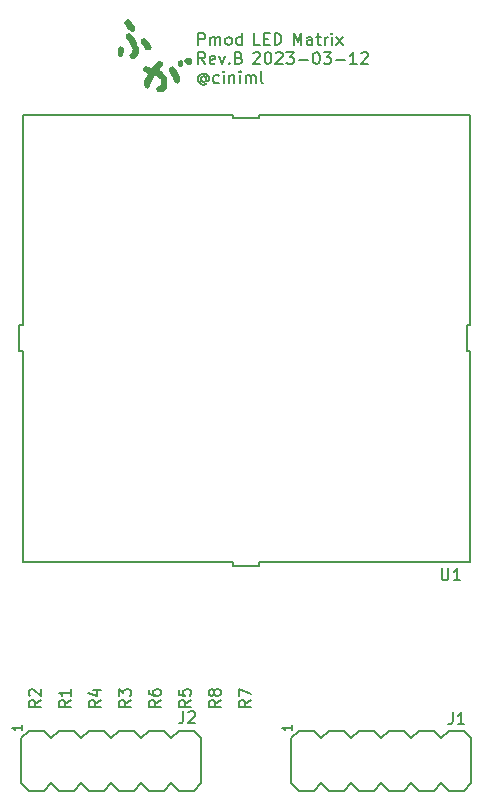
<source format=gto>
G04 #@! TF.GenerationSoftware,KiCad,Pcbnew,(7.0.0)*
G04 #@! TF.CreationDate,2023-03-12T18:52:53+09:00*
G04 #@! TF.ProjectId,Pmod_MatrixLED,506d6f64-5f4d-4617-9472-69784c45442e,rev?*
G04 #@! TF.SameCoordinates,Original*
G04 #@! TF.FileFunction,Legend,Top*
G04 #@! TF.FilePolarity,Positive*
%FSLAX46Y46*%
G04 Gerber Fmt 4.6, Leading zero omitted, Abs format (unit mm)*
G04 Created by KiCad (PCBNEW (7.0.0)) date 2023-03-12 18:52:53*
%MOMM*%
%LPD*%
G01*
G04 APERTURE LIST*
%ADD10C,0.150000*%
%ADD11C,0.010000*%
%ADD12C,0.200000*%
G04 APERTURE END LIST*
D10*
X-4061904Y24852619D02*
X-4061904Y25852619D01*
X-4061904Y25852619D02*
X-3680952Y25852619D01*
X-3680952Y25852619D02*
X-3585714Y25805000D01*
X-3585714Y25805000D02*
X-3538095Y25757380D01*
X-3538095Y25757380D02*
X-3490476Y25662142D01*
X-3490476Y25662142D02*
X-3490476Y25519285D01*
X-3490476Y25519285D02*
X-3538095Y25424047D01*
X-3538095Y25424047D02*
X-3585714Y25376428D01*
X-3585714Y25376428D02*
X-3680952Y25328809D01*
X-3680952Y25328809D02*
X-4061904Y25328809D01*
X-3061904Y24852619D02*
X-3061904Y25519285D01*
X-3061904Y25424047D02*
X-3014285Y25471666D01*
X-3014285Y25471666D02*
X-2919047Y25519285D01*
X-2919047Y25519285D02*
X-2776190Y25519285D01*
X-2776190Y25519285D02*
X-2680952Y25471666D01*
X-2680952Y25471666D02*
X-2633333Y25376428D01*
X-2633333Y25376428D02*
X-2633333Y24852619D01*
X-2633333Y25376428D02*
X-2585714Y25471666D01*
X-2585714Y25471666D02*
X-2490476Y25519285D01*
X-2490476Y25519285D02*
X-2347619Y25519285D01*
X-2347619Y25519285D02*
X-2252380Y25471666D01*
X-2252380Y25471666D02*
X-2204761Y25376428D01*
X-2204761Y25376428D02*
X-2204761Y24852619D01*
X-1585714Y24852619D02*
X-1680952Y24900238D01*
X-1680952Y24900238D02*
X-1728571Y24947857D01*
X-1728571Y24947857D02*
X-1776190Y25043095D01*
X-1776190Y25043095D02*
X-1776190Y25328809D01*
X-1776190Y25328809D02*
X-1728571Y25424047D01*
X-1728571Y25424047D02*
X-1680952Y25471666D01*
X-1680952Y25471666D02*
X-1585714Y25519285D01*
X-1585714Y25519285D02*
X-1442857Y25519285D01*
X-1442857Y25519285D02*
X-1347619Y25471666D01*
X-1347619Y25471666D02*
X-1300000Y25424047D01*
X-1300000Y25424047D02*
X-1252381Y25328809D01*
X-1252381Y25328809D02*
X-1252381Y25043095D01*
X-1252381Y25043095D02*
X-1300000Y24947857D01*
X-1300000Y24947857D02*
X-1347619Y24900238D01*
X-1347619Y24900238D02*
X-1442857Y24852619D01*
X-1442857Y24852619D02*
X-1585714Y24852619D01*
X-395238Y24852619D02*
X-395238Y25852619D01*
X-395238Y24900238D02*
X-490476Y24852619D01*
X-490476Y24852619D02*
X-680952Y24852619D01*
X-680952Y24852619D02*
X-776190Y24900238D01*
X-776190Y24900238D02*
X-823809Y24947857D01*
X-823809Y24947857D02*
X-871428Y25043095D01*
X-871428Y25043095D02*
X-871428Y25328809D01*
X-871428Y25328809D02*
X-823809Y25424047D01*
X-823809Y25424047D02*
X-776190Y25471666D01*
X-776190Y25471666D02*
X-680952Y25519285D01*
X-680952Y25519285D02*
X-490476Y25519285D01*
X-490476Y25519285D02*
X-395238Y25471666D01*
X1157142Y24852619D02*
X680952Y24852619D01*
X680952Y24852619D02*
X680952Y25852619D01*
X1490476Y25376428D02*
X1823809Y25376428D01*
X1966666Y24852619D02*
X1490476Y24852619D01*
X1490476Y24852619D02*
X1490476Y25852619D01*
X1490476Y25852619D02*
X1966666Y25852619D01*
X2395238Y24852619D02*
X2395238Y25852619D01*
X2395238Y25852619D02*
X2633333Y25852619D01*
X2633333Y25852619D02*
X2776190Y25805000D01*
X2776190Y25805000D02*
X2871428Y25709761D01*
X2871428Y25709761D02*
X2919047Y25614523D01*
X2919047Y25614523D02*
X2966666Y25424047D01*
X2966666Y25424047D02*
X2966666Y25281190D01*
X2966666Y25281190D02*
X2919047Y25090714D01*
X2919047Y25090714D02*
X2871428Y24995476D01*
X2871428Y24995476D02*
X2776190Y24900238D01*
X2776190Y24900238D02*
X2633333Y24852619D01*
X2633333Y24852619D02*
X2395238Y24852619D01*
X3995238Y24852619D02*
X3995238Y25852619D01*
X3995238Y25852619D02*
X4328571Y25138333D01*
X4328571Y25138333D02*
X4661904Y25852619D01*
X4661904Y25852619D02*
X4661904Y24852619D01*
X5566666Y24852619D02*
X5566666Y25376428D01*
X5566666Y25376428D02*
X5519047Y25471666D01*
X5519047Y25471666D02*
X5423809Y25519285D01*
X5423809Y25519285D02*
X5233333Y25519285D01*
X5233333Y25519285D02*
X5138095Y25471666D01*
X5566666Y24900238D02*
X5471428Y24852619D01*
X5471428Y24852619D02*
X5233333Y24852619D01*
X5233333Y24852619D02*
X5138095Y24900238D01*
X5138095Y24900238D02*
X5090476Y24995476D01*
X5090476Y24995476D02*
X5090476Y25090714D01*
X5090476Y25090714D02*
X5138095Y25185952D01*
X5138095Y25185952D02*
X5233333Y25233571D01*
X5233333Y25233571D02*
X5471428Y25233571D01*
X5471428Y25233571D02*
X5566666Y25281190D01*
X5900000Y25519285D02*
X6280952Y25519285D01*
X6042857Y25852619D02*
X6042857Y24995476D01*
X6042857Y24995476D02*
X6090476Y24900238D01*
X6090476Y24900238D02*
X6185714Y24852619D01*
X6185714Y24852619D02*
X6280952Y24852619D01*
X6614286Y24852619D02*
X6614286Y25519285D01*
X6614286Y25328809D02*
X6661905Y25424047D01*
X6661905Y25424047D02*
X6709524Y25471666D01*
X6709524Y25471666D02*
X6804762Y25519285D01*
X6804762Y25519285D02*
X6900000Y25519285D01*
X7233334Y24852619D02*
X7233334Y25519285D01*
X7233334Y25852619D02*
X7185715Y25805000D01*
X7185715Y25805000D02*
X7233334Y25757380D01*
X7233334Y25757380D02*
X7280953Y25805000D01*
X7280953Y25805000D02*
X7233334Y25852619D01*
X7233334Y25852619D02*
X7233334Y25757380D01*
X7614286Y24852619D02*
X8138095Y25519285D01*
X7614286Y25519285D02*
X8138095Y24852619D01*
X-3490476Y23232619D02*
X-3823809Y23708809D01*
X-4061904Y23232619D02*
X-4061904Y24232619D01*
X-4061904Y24232619D02*
X-3680952Y24232619D01*
X-3680952Y24232619D02*
X-3585714Y24185000D01*
X-3585714Y24185000D02*
X-3538095Y24137380D01*
X-3538095Y24137380D02*
X-3490476Y24042142D01*
X-3490476Y24042142D02*
X-3490476Y23899285D01*
X-3490476Y23899285D02*
X-3538095Y23804047D01*
X-3538095Y23804047D02*
X-3585714Y23756428D01*
X-3585714Y23756428D02*
X-3680952Y23708809D01*
X-3680952Y23708809D02*
X-4061904Y23708809D01*
X-2680952Y23280238D02*
X-2776190Y23232619D01*
X-2776190Y23232619D02*
X-2966666Y23232619D01*
X-2966666Y23232619D02*
X-3061904Y23280238D01*
X-3061904Y23280238D02*
X-3109523Y23375476D01*
X-3109523Y23375476D02*
X-3109523Y23756428D01*
X-3109523Y23756428D02*
X-3061904Y23851666D01*
X-3061904Y23851666D02*
X-2966666Y23899285D01*
X-2966666Y23899285D02*
X-2776190Y23899285D01*
X-2776190Y23899285D02*
X-2680952Y23851666D01*
X-2680952Y23851666D02*
X-2633333Y23756428D01*
X-2633333Y23756428D02*
X-2633333Y23661190D01*
X-2633333Y23661190D02*
X-3109523Y23565952D01*
X-2299999Y23899285D02*
X-2061904Y23232619D01*
X-2061904Y23232619D02*
X-1823809Y23899285D01*
X-1442856Y23327857D02*
X-1395237Y23280238D01*
X-1395237Y23280238D02*
X-1442856Y23232619D01*
X-1442856Y23232619D02*
X-1490475Y23280238D01*
X-1490475Y23280238D02*
X-1442856Y23327857D01*
X-1442856Y23327857D02*
X-1442856Y23232619D01*
X-633333Y23756428D02*
X-490476Y23708809D01*
X-490476Y23708809D02*
X-442857Y23661190D01*
X-442857Y23661190D02*
X-395238Y23565952D01*
X-395238Y23565952D02*
X-395238Y23423095D01*
X-395238Y23423095D02*
X-442857Y23327857D01*
X-442857Y23327857D02*
X-490476Y23280238D01*
X-490476Y23280238D02*
X-585714Y23232619D01*
X-585714Y23232619D02*
X-966666Y23232619D01*
X-966666Y23232619D02*
X-966666Y24232619D01*
X-966666Y24232619D02*
X-633333Y24232619D01*
X-633333Y24232619D02*
X-538095Y24185000D01*
X-538095Y24185000D02*
X-490476Y24137380D01*
X-490476Y24137380D02*
X-442857Y24042142D01*
X-442857Y24042142D02*
X-442857Y23946904D01*
X-442857Y23946904D02*
X-490476Y23851666D01*
X-490476Y23851666D02*
X-538095Y23804047D01*
X-538095Y23804047D02*
X-633333Y23756428D01*
X-633333Y23756428D02*
X-966666Y23756428D01*
X585714Y24137380D02*
X633333Y24185000D01*
X633333Y24185000D02*
X728571Y24232619D01*
X728571Y24232619D02*
X966666Y24232619D01*
X966666Y24232619D02*
X1061904Y24185000D01*
X1061904Y24185000D02*
X1109523Y24137380D01*
X1109523Y24137380D02*
X1157142Y24042142D01*
X1157142Y24042142D02*
X1157142Y23946904D01*
X1157142Y23946904D02*
X1109523Y23804047D01*
X1109523Y23804047D02*
X538095Y23232619D01*
X538095Y23232619D02*
X1157142Y23232619D01*
X1776190Y24232619D02*
X1871428Y24232619D01*
X1871428Y24232619D02*
X1966666Y24185000D01*
X1966666Y24185000D02*
X2014285Y24137380D01*
X2014285Y24137380D02*
X2061904Y24042142D01*
X2061904Y24042142D02*
X2109523Y23851666D01*
X2109523Y23851666D02*
X2109523Y23613571D01*
X2109523Y23613571D02*
X2061904Y23423095D01*
X2061904Y23423095D02*
X2014285Y23327857D01*
X2014285Y23327857D02*
X1966666Y23280238D01*
X1966666Y23280238D02*
X1871428Y23232619D01*
X1871428Y23232619D02*
X1776190Y23232619D01*
X1776190Y23232619D02*
X1680952Y23280238D01*
X1680952Y23280238D02*
X1633333Y23327857D01*
X1633333Y23327857D02*
X1585714Y23423095D01*
X1585714Y23423095D02*
X1538095Y23613571D01*
X1538095Y23613571D02*
X1538095Y23851666D01*
X1538095Y23851666D02*
X1585714Y24042142D01*
X1585714Y24042142D02*
X1633333Y24137380D01*
X1633333Y24137380D02*
X1680952Y24185000D01*
X1680952Y24185000D02*
X1776190Y24232619D01*
X2490476Y24137380D02*
X2538095Y24185000D01*
X2538095Y24185000D02*
X2633333Y24232619D01*
X2633333Y24232619D02*
X2871428Y24232619D01*
X2871428Y24232619D02*
X2966666Y24185000D01*
X2966666Y24185000D02*
X3014285Y24137380D01*
X3014285Y24137380D02*
X3061904Y24042142D01*
X3061904Y24042142D02*
X3061904Y23946904D01*
X3061904Y23946904D02*
X3014285Y23804047D01*
X3014285Y23804047D02*
X2442857Y23232619D01*
X2442857Y23232619D02*
X3061904Y23232619D01*
X3395238Y24232619D02*
X4014285Y24232619D01*
X4014285Y24232619D02*
X3680952Y23851666D01*
X3680952Y23851666D02*
X3823809Y23851666D01*
X3823809Y23851666D02*
X3919047Y23804047D01*
X3919047Y23804047D02*
X3966666Y23756428D01*
X3966666Y23756428D02*
X4014285Y23661190D01*
X4014285Y23661190D02*
X4014285Y23423095D01*
X4014285Y23423095D02*
X3966666Y23327857D01*
X3966666Y23327857D02*
X3919047Y23280238D01*
X3919047Y23280238D02*
X3823809Y23232619D01*
X3823809Y23232619D02*
X3538095Y23232619D01*
X3538095Y23232619D02*
X3442857Y23280238D01*
X3442857Y23280238D02*
X3395238Y23327857D01*
X4442857Y23613571D02*
X5204762Y23613571D01*
X5871428Y24232619D02*
X5966666Y24232619D01*
X5966666Y24232619D02*
X6061904Y24185000D01*
X6061904Y24185000D02*
X6109523Y24137380D01*
X6109523Y24137380D02*
X6157142Y24042142D01*
X6157142Y24042142D02*
X6204761Y23851666D01*
X6204761Y23851666D02*
X6204761Y23613571D01*
X6204761Y23613571D02*
X6157142Y23423095D01*
X6157142Y23423095D02*
X6109523Y23327857D01*
X6109523Y23327857D02*
X6061904Y23280238D01*
X6061904Y23280238D02*
X5966666Y23232619D01*
X5966666Y23232619D02*
X5871428Y23232619D01*
X5871428Y23232619D02*
X5776190Y23280238D01*
X5776190Y23280238D02*
X5728571Y23327857D01*
X5728571Y23327857D02*
X5680952Y23423095D01*
X5680952Y23423095D02*
X5633333Y23613571D01*
X5633333Y23613571D02*
X5633333Y23851666D01*
X5633333Y23851666D02*
X5680952Y24042142D01*
X5680952Y24042142D02*
X5728571Y24137380D01*
X5728571Y24137380D02*
X5776190Y24185000D01*
X5776190Y24185000D02*
X5871428Y24232619D01*
X6538095Y24232619D02*
X7157142Y24232619D01*
X7157142Y24232619D02*
X6823809Y23851666D01*
X6823809Y23851666D02*
X6966666Y23851666D01*
X6966666Y23851666D02*
X7061904Y23804047D01*
X7061904Y23804047D02*
X7109523Y23756428D01*
X7109523Y23756428D02*
X7157142Y23661190D01*
X7157142Y23661190D02*
X7157142Y23423095D01*
X7157142Y23423095D02*
X7109523Y23327857D01*
X7109523Y23327857D02*
X7061904Y23280238D01*
X7061904Y23280238D02*
X6966666Y23232619D01*
X6966666Y23232619D02*
X6680952Y23232619D01*
X6680952Y23232619D02*
X6585714Y23280238D01*
X6585714Y23280238D02*
X6538095Y23327857D01*
X7585714Y23613571D02*
X8347619Y23613571D01*
X9347618Y23232619D02*
X8776190Y23232619D01*
X9061904Y23232619D02*
X9061904Y24232619D01*
X9061904Y24232619D02*
X8966666Y24089761D01*
X8966666Y24089761D02*
X8871428Y23994523D01*
X8871428Y23994523D02*
X8776190Y23946904D01*
X9728571Y24137380D02*
X9776190Y24185000D01*
X9776190Y24185000D02*
X9871428Y24232619D01*
X9871428Y24232619D02*
X10109523Y24232619D01*
X10109523Y24232619D02*
X10204761Y24185000D01*
X10204761Y24185000D02*
X10252380Y24137380D01*
X10252380Y24137380D02*
X10299999Y24042142D01*
X10299999Y24042142D02*
X10299999Y23946904D01*
X10299999Y23946904D02*
X10252380Y23804047D01*
X10252380Y23804047D02*
X9680952Y23232619D01*
X9680952Y23232619D02*
X10299999Y23232619D01*
X-3442857Y22088809D02*
X-3490476Y22136428D01*
X-3490476Y22136428D02*
X-3585714Y22184047D01*
X-3585714Y22184047D02*
X-3680952Y22184047D01*
X-3680952Y22184047D02*
X-3776190Y22136428D01*
X-3776190Y22136428D02*
X-3823809Y22088809D01*
X-3823809Y22088809D02*
X-3871428Y21993571D01*
X-3871428Y21993571D02*
X-3871428Y21898333D01*
X-3871428Y21898333D02*
X-3823809Y21803095D01*
X-3823809Y21803095D02*
X-3776190Y21755476D01*
X-3776190Y21755476D02*
X-3680952Y21707857D01*
X-3680952Y21707857D02*
X-3585714Y21707857D01*
X-3585714Y21707857D02*
X-3490476Y21755476D01*
X-3490476Y21755476D02*
X-3442857Y21803095D01*
X-3442857Y22184047D02*
X-3442857Y21803095D01*
X-3442857Y21803095D02*
X-3395238Y21755476D01*
X-3395238Y21755476D02*
X-3347619Y21755476D01*
X-3347619Y21755476D02*
X-3252380Y21803095D01*
X-3252380Y21803095D02*
X-3204761Y21898333D01*
X-3204761Y21898333D02*
X-3204761Y22136428D01*
X-3204761Y22136428D02*
X-3300000Y22279285D01*
X-3300000Y22279285D02*
X-3442857Y22374523D01*
X-3442857Y22374523D02*
X-3633333Y22422142D01*
X-3633333Y22422142D02*
X-3823809Y22374523D01*
X-3823809Y22374523D02*
X-3966666Y22279285D01*
X-3966666Y22279285D02*
X-4061904Y22136428D01*
X-4061904Y22136428D02*
X-4109523Y21945952D01*
X-4109523Y21945952D02*
X-4061904Y21755476D01*
X-4061904Y21755476D02*
X-3966666Y21612619D01*
X-3966666Y21612619D02*
X-3823809Y21517380D01*
X-3823809Y21517380D02*
X-3633333Y21469761D01*
X-3633333Y21469761D02*
X-3442857Y21517380D01*
X-3442857Y21517380D02*
X-3300000Y21612619D01*
X-2347619Y21660238D02*
X-2442857Y21612619D01*
X-2442857Y21612619D02*
X-2633333Y21612619D01*
X-2633333Y21612619D02*
X-2728571Y21660238D01*
X-2728571Y21660238D02*
X-2776190Y21707857D01*
X-2776190Y21707857D02*
X-2823809Y21803095D01*
X-2823809Y21803095D02*
X-2823809Y22088809D01*
X-2823809Y22088809D02*
X-2776190Y22184047D01*
X-2776190Y22184047D02*
X-2728571Y22231666D01*
X-2728571Y22231666D02*
X-2633333Y22279285D01*
X-2633333Y22279285D02*
X-2442857Y22279285D01*
X-2442857Y22279285D02*
X-2347619Y22231666D01*
X-1919047Y21612619D02*
X-1919047Y22279285D01*
X-1919047Y22612619D02*
X-1966666Y22565000D01*
X-1966666Y22565000D02*
X-1919047Y22517380D01*
X-1919047Y22517380D02*
X-1871428Y22565000D01*
X-1871428Y22565000D02*
X-1919047Y22612619D01*
X-1919047Y22612619D02*
X-1919047Y22517380D01*
X-1442857Y22279285D02*
X-1442857Y21612619D01*
X-1442857Y22184047D02*
X-1395238Y22231666D01*
X-1395238Y22231666D02*
X-1300000Y22279285D01*
X-1300000Y22279285D02*
X-1157143Y22279285D01*
X-1157143Y22279285D02*
X-1061905Y22231666D01*
X-1061905Y22231666D02*
X-1014286Y22136428D01*
X-1014286Y22136428D02*
X-1014286Y21612619D01*
X-538095Y21612619D02*
X-538095Y22279285D01*
X-538095Y22612619D02*
X-585714Y22565000D01*
X-585714Y22565000D02*
X-538095Y22517380D01*
X-538095Y22517380D02*
X-490476Y22565000D01*
X-490476Y22565000D02*
X-538095Y22612619D01*
X-538095Y22612619D02*
X-538095Y22517380D01*
X-61905Y21612619D02*
X-61905Y22279285D01*
X-61905Y22184047D02*
X-14286Y22231666D01*
X-14286Y22231666D02*
X80951Y22279285D01*
X80951Y22279285D02*
X223808Y22279285D01*
X223808Y22279285D02*
X319046Y22231666D01*
X319046Y22231666D02*
X366665Y22136428D01*
X366665Y22136428D02*
X366665Y21612619D01*
X366665Y22136428D02*
X414284Y22231666D01*
X414284Y22231666D02*
X509522Y22279285D01*
X509522Y22279285D02*
X652379Y22279285D01*
X652379Y22279285D02*
X747618Y22231666D01*
X747618Y22231666D02*
X795237Y22136428D01*
X795237Y22136428D02*
X795237Y21612619D01*
X1414284Y21612619D02*
X1319046Y21660238D01*
X1319046Y21660238D02*
X1271427Y21755476D01*
X1271427Y21755476D02*
X1271427Y22612619D01*
G04 #@! TO.C,J1*
X17466666Y-31667380D02*
X17466666Y-32381666D01*
X17466666Y-32381666D02*
X17419047Y-32524523D01*
X17419047Y-32524523D02*
X17323809Y-32619761D01*
X17323809Y-32619761D02*
X17180952Y-32667380D01*
X17180952Y-32667380D02*
X17085714Y-32667380D01*
X18466666Y-32667380D02*
X17895238Y-32667380D01*
X18180952Y-32667380D02*
X18180952Y-31667380D01*
X18180952Y-31667380D02*
X18085714Y-31810238D01*
X18085714Y-31810238D02*
X17990476Y-31905476D01*
X17990476Y-31905476D02*
X17895238Y-31953095D01*
X3849904Y-32737428D02*
X3849904Y-33194571D01*
X3849904Y-32965999D02*
X3049904Y-32965999D01*
X3049904Y-32965999D02*
X3164190Y-33042190D01*
X3164190Y-33042190D02*
X3240380Y-33118380D01*
X3240380Y-33118380D02*
X3278476Y-33194571D01*
G04 #@! TO.C,R8*
X-2172619Y-30646666D02*
X-2648809Y-30979999D01*
X-2172619Y-31218094D02*
X-3172619Y-31218094D01*
X-3172619Y-31218094D02*
X-3172619Y-30837142D01*
X-3172619Y-30837142D02*
X-3125000Y-30741904D01*
X-3125000Y-30741904D02*
X-3077380Y-30694285D01*
X-3077380Y-30694285D02*
X-2982142Y-30646666D01*
X-2982142Y-30646666D02*
X-2839285Y-30646666D01*
X-2839285Y-30646666D02*
X-2744047Y-30694285D01*
X-2744047Y-30694285D02*
X-2696428Y-30741904D01*
X-2696428Y-30741904D02*
X-2648809Y-30837142D01*
X-2648809Y-30837142D02*
X-2648809Y-31218094D01*
X-2744047Y-30075237D02*
X-2791666Y-30170475D01*
X-2791666Y-30170475D02*
X-2839285Y-30218094D01*
X-2839285Y-30218094D02*
X-2934523Y-30265713D01*
X-2934523Y-30265713D02*
X-2982142Y-30265713D01*
X-2982142Y-30265713D02*
X-3077380Y-30218094D01*
X-3077380Y-30218094D02*
X-3125000Y-30170475D01*
X-3125000Y-30170475D02*
X-3172619Y-30075237D01*
X-3172619Y-30075237D02*
X-3172619Y-29884761D01*
X-3172619Y-29884761D02*
X-3125000Y-29789523D01*
X-3125000Y-29789523D02*
X-3077380Y-29741904D01*
X-3077380Y-29741904D02*
X-2982142Y-29694285D01*
X-2982142Y-29694285D02*
X-2934523Y-29694285D01*
X-2934523Y-29694285D02*
X-2839285Y-29741904D01*
X-2839285Y-29741904D02*
X-2791666Y-29789523D01*
X-2791666Y-29789523D02*
X-2744047Y-29884761D01*
X-2744047Y-29884761D02*
X-2744047Y-30075237D01*
X-2744047Y-30075237D02*
X-2696428Y-30170475D01*
X-2696428Y-30170475D02*
X-2648809Y-30218094D01*
X-2648809Y-30218094D02*
X-2553571Y-30265713D01*
X-2553571Y-30265713D02*
X-2363095Y-30265713D01*
X-2363095Y-30265713D02*
X-2267857Y-30218094D01*
X-2267857Y-30218094D02*
X-2220238Y-30170475D01*
X-2220238Y-30170475D02*
X-2172619Y-30075237D01*
X-2172619Y-30075237D02*
X-2172619Y-29884761D01*
X-2172619Y-29884761D02*
X-2220238Y-29789523D01*
X-2220238Y-29789523D02*
X-2267857Y-29741904D01*
X-2267857Y-29741904D02*
X-2363095Y-29694285D01*
X-2363095Y-29694285D02*
X-2553571Y-29694285D01*
X-2553571Y-29694285D02*
X-2648809Y-29741904D01*
X-2648809Y-29741904D02*
X-2696428Y-29789523D01*
X-2696428Y-29789523D02*
X-2744047Y-29884761D01*
G04 #@! TO.C,R4*
X-12332619Y-30646666D02*
X-12808809Y-30979999D01*
X-12332619Y-31218094D02*
X-13332619Y-31218094D01*
X-13332619Y-31218094D02*
X-13332619Y-30837142D01*
X-13332619Y-30837142D02*
X-13285000Y-30741904D01*
X-13285000Y-30741904D02*
X-13237380Y-30694285D01*
X-13237380Y-30694285D02*
X-13142142Y-30646666D01*
X-13142142Y-30646666D02*
X-12999285Y-30646666D01*
X-12999285Y-30646666D02*
X-12904047Y-30694285D01*
X-12904047Y-30694285D02*
X-12856428Y-30741904D01*
X-12856428Y-30741904D02*
X-12808809Y-30837142D01*
X-12808809Y-30837142D02*
X-12808809Y-31218094D01*
X-12999285Y-29789523D02*
X-12332619Y-29789523D01*
X-13380238Y-30027618D02*
X-12665952Y-30265713D01*
X-12665952Y-30265713D02*
X-12665952Y-29646666D01*
G04 #@! TO.C,R2*
X-17412619Y-30646666D02*
X-17888809Y-30979999D01*
X-17412619Y-31218094D02*
X-18412619Y-31218094D01*
X-18412619Y-31218094D02*
X-18412619Y-30837142D01*
X-18412619Y-30837142D02*
X-18365000Y-30741904D01*
X-18365000Y-30741904D02*
X-18317380Y-30694285D01*
X-18317380Y-30694285D02*
X-18222142Y-30646666D01*
X-18222142Y-30646666D02*
X-18079285Y-30646666D01*
X-18079285Y-30646666D02*
X-17984047Y-30694285D01*
X-17984047Y-30694285D02*
X-17936428Y-30741904D01*
X-17936428Y-30741904D02*
X-17888809Y-30837142D01*
X-17888809Y-30837142D02*
X-17888809Y-31218094D01*
X-18317380Y-30265713D02*
X-18365000Y-30218094D01*
X-18365000Y-30218094D02*
X-18412619Y-30122856D01*
X-18412619Y-30122856D02*
X-18412619Y-29884761D01*
X-18412619Y-29884761D02*
X-18365000Y-29789523D01*
X-18365000Y-29789523D02*
X-18317380Y-29741904D01*
X-18317380Y-29741904D02*
X-18222142Y-29694285D01*
X-18222142Y-29694285D02*
X-18126904Y-29694285D01*
X-18126904Y-29694285D02*
X-17984047Y-29741904D01*
X-17984047Y-29741904D02*
X-17412619Y-30313332D01*
X-17412619Y-30313332D02*
X-17412619Y-29694285D01*
G04 #@! TO.C,R3*
X-9792619Y-30646666D02*
X-10268809Y-30979999D01*
X-9792619Y-31218094D02*
X-10792619Y-31218094D01*
X-10792619Y-31218094D02*
X-10792619Y-30837142D01*
X-10792619Y-30837142D02*
X-10745000Y-30741904D01*
X-10745000Y-30741904D02*
X-10697380Y-30694285D01*
X-10697380Y-30694285D02*
X-10602142Y-30646666D01*
X-10602142Y-30646666D02*
X-10459285Y-30646666D01*
X-10459285Y-30646666D02*
X-10364047Y-30694285D01*
X-10364047Y-30694285D02*
X-10316428Y-30741904D01*
X-10316428Y-30741904D02*
X-10268809Y-30837142D01*
X-10268809Y-30837142D02*
X-10268809Y-31218094D01*
X-10792619Y-30313332D02*
X-10792619Y-29694285D01*
X-10792619Y-29694285D02*
X-10411666Y-30027618D01*
X-10411666Y-30027618D02*
X-10411666Y-29884761D01*
X-10411666Y-29884761D02*
X-10364047Y-29789523D01*
X-10364047Y-29789523D02*
X-10316428Y-29741904D01*
X-10316428Y-29741904D02*
X-10221190Y-29694285D01*
X-10221190Y-29694285D02*
X-9983095Y-29694285D01*
X-9983095Y-29694285D02*
X-9887857Y-29741904D01*
X-9887857Y-29741904D02*
X-9840238Y-29789523D01*
X-9840238Y-29789523D02*
X-9792619Y-29884761D01*
X-9792619Y-29884761D02*
X-9792619Y-30170475D01*
X-9792619Y-30170475D02*
X-9840238Y-30265713D01*
X-9840238Y-30265713D02*
X-9887857Y-30313332D01*
G04 #@! TO.C,R1*
X-14872619Y-30646666D02*
X-15348809Y-30979999D01*
X-14872619Y-31218094D02*
X-15872619Y-31218094D01*
X-15872619Y-31218094D02*
X-15872619Y-30837142D01*
X-15872619Y-30837142D02*
X-15825000Y-30741904D01*
X-15825000Y-30741904D02*
X-15777380Y-30694285D01*
X-15777380Y-30694285D02*
X-15682142Y-30646666D01*
X-15682142Y-30646666D02*
X-15539285Y-30646666D01*
X-15539285Y-30646666D02*
X-15444047Y-30694285D01*
X-15444047Y-30694285D02*
X-15396428Y-30741904D01*
X-15396428Y-30741904D02*
X-15348809Y-30837142D01*
X-15348809Y-30837142D02*
X-15348809Y-31218094D01*
X-14872619Y-29694285D02*
X-14872619Y-30265713D01*
X-14872619Y-29979999D02*
X-15872619Y-29979999D01*
X-15872619Y-29979999D02*
X-15729761Y-30075237D01*
X-15729761Y-30075237D02*
X-15634523Y-30170475D01*
X-15634523Y-30170475D02*
X-15586904Y-30265713D01*
G04 #@! TO.C,R6*
X-7252619Y-30646666D02*
X-7728809Y-30979999D01*
X-7252619Y-31218094D02*
X-8252619Y-31218094D01*
X-8252619Y-31218094D02*
X-8252619Y-30837142D01*
X-8252619Y-30837142D02*
X-8205000Y-30741904D01*
X-8205000Y-30741904D02*
X-8157380Y-30694285D01*
X-8157380Y-30694285D02*
X-8062142Y-30646666D01*
X-8062142Y-30646666D02*
X-7919285Y-30646666D01*
X-7919285Y-30646666D02*
X-7824047Y-30694285D01*
X-7824047Y-30694285D02*
X-7776428Y-30741904D01*
X-7776428Y-30741904D02*
X-7728809Y-30837142D01*
X-7728809Y-30837142D02*
X-7728809Y-31218094D01*
X-8252619Y-29789523D02*
X-8252619Y-29979999D01*
X-8252619Y-29979999D02*
X-8205000Y-30075237D01*
X-8205000Y-30075237D02*
X-8157380Y-30122856D01*
X-8157380Y-30122856D02*
X-8014523Y-30218094D01*
X-8014523Y-30218094D02*
X-7824047Y-30265713D01*
X-7824047Y-30265713D02*
X-7443095Y-30265713D01*
X-7443095Y-30265713D02*
X-7347857Y-30218094D01*
X-7347857Y-30218094D02*
X-7300238Y-30170475D01*
X-7300238Y-30170475D02*
X-7252619Y-30075237D01*
X-7252619Y-30075237D02*
X-7252619Y-29884761D01*
X-7252619Y-29884761D02*
X-7300238Y-29789523D01*
X-7300238Y-29789523D02*
X-7347857Y-29741904D01*
X-7347857Y-29741904D02*
X-7443095Y-29694285D01*
X-7443095Y-29694285D02*
X-7681190Y-29694285D01*
X-7681190Y-29694285D02*
X-7776428Y-29741904D01*
X-7776428Y-29741904D02*
X-7824047Y-29789523D01*
X-7824047Y-29789523D02*
X-7871666Y-29884761D01*
X-7871666Y-29884761D02*
X-7871666Y-30075237D01*
X-7871666Y-30075237D02*
X-7824047Y-30170475D01*
X-7824047Y-30170475D02*
X-7776428Y-30218094D01*
X-7776428Y-30218094D02*
X-7681190Y-30265713D01*
G04 #@! TO.C,J2*
X-5333333Y-31567380D02*
X-5333333Y-32281666D01*
X-5333333Y-32281666D02*
X-5380952Y-32424523D01*
X-5380952Y-32424523D02*
X-5476190Y-32519761D01*
X-5476190Y-32519761D02*
X-5619047Y-32567380D01*
X-5619047Y-32567380D02*
X-5714285Y-32567380D01*
X-4904761Y-31662619D02*
X-4857142Y-31615000D01*
X-4857142Y-31615000D02*
X-4761904Y-31567380D01*
X-4761904Y-31567380D02*
X-4523809Y-31567380D01*
X-4523809Y-31567380D02*
X-4428571Y-31615000D01*
X-4428571Y-31615000D02*
X-4380952Y-31662619D01*
X-4380952Y-31662619D02*
X-4333333Y-31757857D01*
X-4333333Y-31757857D02*
X-4333333Y-31853095D01*
X-4333333Y-31853095D02*
X-4380952Y-31995952D01*
X-4380952Y-31995952D02*
X-4952380Y-32567380D01*
X-4952380Y-32567380D02*
X-4333333Y-32567380D01*
X-19010095Y-32737428D02*
X-19010095Y-33194571D01*
X-19010095Y-32965999D02*
X-19810095Y-32965999D01*
X-19810095Y-32965999D02*
X-19695809Y-33042190D01*
X-19695809Y-33042190D02*
X-19619619Y-33118380D01*
X-19619619Y-33118380D02*
X-19581523Y-33194571D01*
G04 #@! TO.C,R5*
X-4712619Y-30646666D02*
X-5188809Y-30979999D01*
X-4712619Y-31218094D02*
X-5712619Y-31218094D01*
X-5712619Y-31218094D02*
X-5712619Y-30837142D01*
X-5712619Y-30837142D02*
X-5665000Y-30741904D01*
X-5665000Y-30741904D02*
X-5617380Y-30694285D01*
X-5617380Y-30694285D02*
X-5522142Y-30646666D01*
X-5522142Y-30646666D02*
X-5379285Y-30646666D01*
X-5379285Y-30646666D02*
X-5284047Y-30694285D01*
X-5284047Y-30694285D02*
X-5236428Y-30741904D01*
X-5236428Y-30741904D02*
X-5188809Y-30837142D01*
X-5188809Y-30837142D02*
X-5188809Y-31218094D01*
X-5712619Y-29741904D02*
X-5712619Y-30218094D01*
X-5712619Y-30218094D02*
X-5236428Y-30265713D01*
X-5236428Y-30265713D02*
X-5284047Y-30218094D01*
X-5284047Y-30218094D02*
X-5331666Y-30122856D01*
X-5331666Y-30122856D02*
X-5331666Y-29884761D01*
X-5331666Y-29884761D02*
X-5284047Y-29789523D01*
X-5284047Y-29789523D02*
X-5236428Y-29741904D01*
X-5236428Y-29741904D02*
X-5141190Y-29694285D01*
X-5141190Y-29694285D02*
X-4903095Y-29694285D01*
X-4903095Y-29694285D02*
X-4807857Y-29741904D01*
X-4807857Y-29741904D02*
X-4760238Y-29789523D01*
X-4760238Y-29789523D02*
X-4712619Y-29884761D01*
X-4712619Y-29884761D02*
X-4712619Y-30122856D01*
X-4712619Y-30122856D02*
X-4760238Y-30218094D01*
X-4760238Y-30218094D02*
X-4807857Y-30265713D01*
G04 #@! TO.C,U1*
X16538095Y-19467380D02*
X16538095Y-20276904D01*
X16538095Y-20276904D02*
X16585714Y-20372142D01*
X16585714Y-20372142D02*
X16633333Y-20419761D01*
X16633333Y-20419761D02*
X16728571Y-20467380D01*
X16728571Y-20467380D02*
X16919047Y-20467380D01*
X16919047Y-20467380D02*
X17014285Y-20419761D01*
X17014285Y-20419761D02*
X17061904Y-20372142D01*
X17061904Y-20372142D02*
X17109523Y-20276904D01*
X17109523Y-20276904D02*
X17109523Y-19467380D01*
X18109523Y-20467380D02*
X17538095Y-20467380D01*
X17823809Y-20467380D02*
X17823809Y-19467380D01*
X17823809Y-19467380D02*
X17728571Y-19610238D01*
X17728571Y-19610238D02*
X17633333Y-19705476D01*
X17633333Y-19705476D02*
X17538095Y-19753095D01*
G04 #@! TO.C,R7*
X367380Y-30646666D02*
X-108809Y-30979999D01*
X367380Y-31218094D02*
X-632619Y-31218094D01*
X-632619Y-31218094D02*
X-632619Y-30837142D01*
X-632619Y-30837142D02*
X-585000Y-30741904D01*
X-585000Y-30741904D02*
X-537380Y-30694285D01*
X-537380Y-30694285D02*
X-442142Y-30646666D01*
X-442142Y-30646666D02*
X-299285Y-30646666D01*
X-299285Y-30646666D02*
X-204047Y-30694285D01*
X-204047Y-30694285D02*
X-156428Y-30741904D01*
X-156428Y-30741904D02*
X-108809Y-30837142D01*
X-108809Y-30837142D02*
X-108809Y-31218094D01*
X-632619Y-30313332D02*
X-632619Y-29646666D01*
X-632619Y-29646666D02*
X367380Y-30075237D01*
G04 #@! TO.C,LOGO1*
G36*
X-5533466Y23568148D02*
G01*
X-5494407Y23536777D01*
X-5444738Y23484479D01*
X-5421342Y23424998D01*
X-5415235Y23334647D01*
X-5415222Y23328073D01*
X-5432055Y23198267D01*
X-5482839Y23113316D01*
X-5568002Y23072665D01*
X-5615103Y23068666D01*
X-5705464Y23088912D01*
X-5765951Y23143028D01*
X-5815175Y23250279D01*
X-5824444Y23338075D01*
X-5816216Y23426449D01*
X-5782931Y23488485D01*
X-5737612Y23531824D01*
X-5659841Y23587463D01*
X-5598185Y23599440D01*
X-5533466Y23568148D01*
G37*
D11*
X-5533466Y23568148D02*
X-5494407Y23536777D01*
X-5444738Y23484479D01*
X-5421342Y23424998D01*
X-5415235Y23334647D01*
X-5415222Y23328073D01*
X-5432055Y23198267D01*
X-5482839Y23113316D01*
X-5568002Y23072665D01*
X-5615103Y23068666D01*
X-5705464Y23088912D01*
X-5765951Y23143028D01*
X-5815175Y23250279D01*
X-5824444Y23338075D01*
X-5816216Y23426449D01*
X-5782931Y23488485D01*
X-5737612Y23531824D01*
X-5659841Y23587463D01*
X-5598185Y23599440D01*
X-5533466Y23568148D01*
G36*
X-4899286Y23736572D02*
G01*
X-4848856Y23713795D01*
X-4723778Y23651328D01*
X-4723778Y23449368D01*
X-4727766Y23330653D01*
X-4740240Y23263386D01*
X-4759055Y23243175D01*
X-4810413Y23235029D01*
X-4883602Y23221517D01*
X-4939587Y23216896D01*
X-4990198Y23233326D01*
X-5052165Y23278618D01*
X-5102798Y23323855D01*
X-5197671Y23422051D01*
X-5244982Y23502276D01*
X-5246958Y23573150D01*
X-5205827Y23643291D01*
X-5189872Y23660887D01*
X-5097960Y23735682D01*
X-5005770Y23760186D01*
X-4899286Y23736572D01*
G37*
X-4899286Y23736572D02*
X-4848856Y23713795D01*
X-4723778Y23651328D01*
X-4723778Y23449368D01*
X-4727766Y23330653D01*
X-4740240Y23263386D01*
X-4759055Y23243175D01*
X-4810413Y23235029D01*
X-4883602Y23221517D01*
X-4939587Y23216896D01*
X-4990198Y23233326D01*
X-5052165Y23278618D01*
X-5102798Y23323855D01*
X-5197671Y23422051D01*
X-5244982Y23502276D01*
X-5246958Y23573150D01*
X-5205827Y23643291D01*
X-5189872Y23660887D01*
X-5097960Y23735682D01*
X-5005770Y23760186D01*
X-4899286Y23736572D01*
G36*
X-10621762Y24697439D02*
G01*
X-10566030Y24649347D01*
X-10475646Y24564916D01*
X-10485434Y24299476D01*
X-10492719Y24164645D01*
X-10504341Y24073676D01*
X-10522756Y24014017D01*
X-10548985Y23974684D01*
X-10629438Y23923169D01*
X-10723103Y23916948D01*
X-10810850Y23955055D01*
X-10845951Y23989695D01*
X-10874530Y24034395D01*
X-10892145Y24089239D01*
X-10901259Y24168370D01*
X-10904331Y24285931D01*
X-10904444Y24325853D01*
X-10903697Y24449162D01*
X-10899073Y24529802D01*
X-10887001Y24581546D01*
X-10863910Y24618166D01*
X-10826228Y24653438D01*
X-10817612Y24660713D01*
X-10742438Y24715306D01*
X-10683435Y24727832D01*
X-10621762Y24697439D01*
G37*
X-10621762Y24697439D02*
X-10566030Y24649347D01*
X-10475646Y24564916D01*
X-10485434Y24299476D01*
X-10492719Y24164645D01*
X-10504341Y24073676D01*
X-10522756Y24014017D01*
X-10548985Y23974684D01*
X-10629438Y23923169D01*
X-10723103Y23916948D01*
X-10810850Y23955055D01*
X-10845951Y23989695D01*
X-10874530Y24034395D01*
X-10892145Y24089239D01*
X-10901259Y24168370D01*
X-10904331Y24285931D01*
X-10904444Y24325853D01*
X-10903697Y24449162D01*
X-10899073Y24529802D01*
X-10887001Y24581546D01*
X-10863910Y24618166D01*
X-10826228Y24653438D01*
X-10817612Y24660713D01*
X-10742438Y24715306D01*
X-10683435Y24727832D01*
X-10621762Y24697439D01*
G36*
X-9936828Y26967847D02*
G01*
X-9851213Y26903292D01*
X-9792390Y26823171D01*
X-9775555Y26755169D01*
X-9757022Y26708960D01*
X-9708170Y26637898D01*
X-9639127Y26556509D01*
X-9630995Y26547824D01*
X-9556918Y26467201D01*
X-9514966Y26410472D01*
X-9497559Y26361412D01*
X-9497118Y26303796D01*
X-9500657Y26268785D01*
X-9532754Y26142515D01*
X-9595162Y26063728D01*
X-9687765Y26032560D01*
X-9704604Y26032000D01*
X-9753741Y26038825D01*
X-9805189Y26064185D01*
X-9869240Y26115406D01*
X-9956184Y26199812D01*
X-9992054Y26236611D01*
X-10079064Y26332599D01*
X-10151105Y26423213D01*
X-10198229Y26495367D01*
X-10210240Y26523661D01*
X-10244002Y26608900D01*
X-10285305Y26675634D01*
X-10324508Y26739889D01*
X-10340000Y26792526D01*
X-10317976Y26846273D01*
X-10263148Y26910392D01*
X-10192381Y26968442D01*
X-10123349Y27003740D01*
X-10032964Y27005207D01*
X-9936828Y26967847D01*
G37*
X-9936828Y26967847D02*
X-9851213Y26903292D01*
X-9792390Y26823171D01*
X-9775555Y26755169D01*
X-9757022Y26708960D01*
X-9708170Y26637898D01*
X-9639127Y26556509D01*
X-9630995Y26547824D01*
X-9556918Y26467201D01*
X-9514966Y26410472D01*
X-9497559Y26361412D01*
X-9497118Y26303796D01*
X-9500657Y26268785D01*
X-9532754Y26142515D01*
X-9595162Y26063728D01*
X-9687765Y26032560D01*
X-9704604Y26032000D01*
X-9753741Y26038825D01*
X-9805189Y26064185D01*
X-9869240Y26115406D01*
X-9956184Y26199812D01*
X-9992054Y26236611D01*
X-10079064Y26332599D01*
X-10151105Y26423213D01*
X-10198229Y26495367D01*
X-10210240Y26523661D01*
X-10244002Y26608900D01*
X-10285305Y26675634D01*
X-10324508Y26739889D01*
X-10340000Y26792526D01*
X-10317976Y26846273D01*
X-10263148Y26910392D01*
X-10192381Y26968442D01*
X-10123349Y27003740D01*
X-10032964Y27005207D01*
X-9936828Y26967847D01*
G36*
X-8665785Y25418897D02*
G01*
X-8595105Y25364712D01*
X-8510403Y25287463D01*
X-8422071Y25197835D01*
X-8340502Y25106512D01*
X-8276090Y25024179D01*
X-8239226Y24961521D01*
X-8235309Y24949202D01*
X-8202903Y24865014D01*
X-8151172Y24783474D01*
X-8149124Y24781001D01*
X-8096770Y24706358D01*
X-8087938Y24645977D01*
X-8121861Y24579131D01*
X-8140715Y24554139D01*
X-8185496Y24508646D01*
X-8240053Y24486458D01*
X-8325606Y24479893D01*
X-8346102Y24479778D01*
X-8450975Y24488496D01*
X-8533647Y24511284D01*
X-8553560Y24522198D01*
X-8602299Y24576958D01*
X-8643485Y24656487D01*
X-8648363Y24670365D01*
X-8686715Y24749038D01*
X-8750318Y24842641D01*
X-8805745Y24908957D01*
X-8875428Y24989550D01*
X-8912708Y25052551D01*
X-8927173Y25118088D01*
X-8928889Y25167504D01*
X-8921719Y25256372D01*
X-8892204Y25317245D01*
X-8842057Y25366269D01*
X-8776154Y25413187D01*
X-8721379Y25438107D01*
X-8712049Y25439333D01*
X-8665785Y25418897D01*
G37*
X-8665785Y25418897D02*
X-8595105Y25364712D01*
X-8510403Y25287463D01*
X-8422071Y25197835D01*
X-8340502Y25106512D01*
X-8276090Y25024179D01*
X-8239226Y24961521D01*
X-8235309Y24949202D01*
X-8202903Y24865014D01*
X-8151172Y24783474D01*
X-8149124Y24781001D01*
X-8096770Y24706358D01*
X-8087938Y24645977D01*
X-8121861Y24579131D01*
X-8140715Y24554139D01*
X-8185496Y24508646D01*
X-8240053Y24486458D01*
X-8325606Y24479893D01*
X-8346102Y24479778D01*
X-8450975Y24488496D01*
X-8533647Y24511284D01*
X-8553560Y24522198D01*
X-8602299Y24576958D01*
X-8643485Y24656487D01*
X-8648363Y24670365D01*
X-8686715Y24749038D01*
X-8750318Y24842641D01*
X-8805745Y24908957D01*
X-8875428Y24989550D01*
X-8912708Y25052551D01*
X-8927173Y25118088D01*
X-8928889Y25167504D01*
X-8921719Y25256372D01*
X-8892204Y25317245D01*
X-8842057Y25366269D01*
X-8776154Y25413187D01*
X-8721379Y25438107D01*
X-8712049Y25439333D01*
X-8665785Y25418897D01*
G36*
X-6224010Y22993907D02*
G01*
X-6152709Y22930304D01*
X-6078941Y22851072D01*
X-6015251Y22770396D01*
X-5974180Y22702457D01*
X-5965555Y22671783D01*
X-5947947Y22610888D01*
X-5904611Y22539284D01*
X-5895000Y22527297D01*
X-5848930Y22461386D01*
X-5825277Y22405733D01*
X-5824444Y22397740D01*
X-5809128Y22347859D01*
X-5770562Y22275995D01*
X-5750555Y22245411D01*
X-5709561Y22178666D01*
X-5689173Y22116245D01*
X-5684598Y22035885D01*
X-5688290Y21956214D01*
X-5707988Y21814912D01*
X-5748419Y21721837D01*
X-5813553Y21671320D01*
X-5897326Y21657555D01*
X-5989421Y21678664D01*
X-6046222Y21729436D01*
X-6093583Y21808650D01*
X-6120640Y21882708D01*
X-6146544Y21953251D01*
X-6177593Y21996530D01*
X-6211682Y22043824D01*
X-6245070Y22118288D01*
X-6249902Y22132535D01*
X-6281885Y22212869D01*
X-6316867Y22274454D01*
X-6321549Y22280277D01*
X-6356885Y22336980D01*
X-6390868Y22415125D01*
X-6393053Y22421388D01*
X-6431363Y22509017D01*
X-6477487Y22584877D01*
X-6478072Y22585639D01*
X-6517665Y22673740D01*
X-6530000Y22774703D01*
X-6523226Y22859463D01*
X-6493663Y22916818D01*
X-6432562Y22970780D01*
X-6343993Y23022385D01*
X-6280303Y23027699D01*
X-6224010Y22993907D01*
G37*
X-6224010Y22993907D02*
X-6152709Y22930304D01*
X-6078941Y22851072D01*
X-6015251Y22770396D01*
X-5974180Y22702457D01*
X-5965555Y22671783D01*
X-5947947Y22610888D01*
X-5904611Y22539284D01*
X-5895000Y22527297D01*
X-5848930Y22461386D01*
X-5825277Y22405733D01*
X-5824444Y22397740D01*
X-5809128Y22347859D01*
X-5770562Y22275995D01*
X-5750555Y22245411D01*
X-5709561Y22178666D01*
X-5689173Y22116245D01*
X-5684598Y22035885D01*
X-5688290Y21956214D01*
X-5707988Y21814912D01*
X-5748419Y21721837D01*
X-5813553Y21671320D01*
X-5897326Y21657555D01*
X-5989421Y21678664D01*
X-6046222Y21729436D01*
X-6093583Y21808650D01*
X-6120640Y21882708D01*
X-6146544Y21953251D01*
X-6177593Y21996530D01*
X-6211682Y22043824D01*
X-6245070Y22118288D01*
X-6249902Y22132535D01*
X-6281885Y22212869D01*
X-6316867Y22274454D01*
X-6321549Y22280277D01*
X-6356885Y22336980D01*
X-6390868Y22415125D01*
X-6393053Y22421388D01*
X-6431363Y22509017D01*
X-6477487Y22584877D01*
X-6478072Y22585639D01*
X-6517665Y22673740D01*
X-6530000Y22774703D01*
X-6523226Y22859463D01*
X-6493663Y22916818D01*
X-6432562Y22970780D01*
X-6343993Y23022385D01*
X-6280303Y23027699D01*
X-6224010Y22993907D01*
G36*
X-9935785Y25842230D02*
G01*
X-9865105Y25788045D01*
X-9780403Y25710796D01*
X-9692071Y25621168D01*
X-9610502Y25529845D01*
X-9546090Y25447512D01*
X-9509226Y25384854D01*
X-9505309Y25372536D01*
X-9472903Y25288348D01*
X-9421172Y25206807D01*
X-9419124Y25204334D01*
X-9362092Y25095628D01*
X-9352222Y25015088D01*
X-9325290Y24883790D01*
X-9279499Y24798531D01*
X-9248410Y24749647D01*
X-9228137Y24703751D01*
X-9216815Y24647992D01*
X-9212582Y24569523D01*
X-9213571Y24455494D01*
X-9215999Y24360955D01*
X-9225222Y24030467D01*
X-9348381Y23905057D01*
X-9460250Y23811808D01*
X-9570363Y23768285D01*
X-9692816Y23770041D01*
X-9742283Y23780810D01*
X-9826662Y23823146D01*
X-9890482Y23891678D01*
X-9916642Y23967851D01*
X-9916666Y23970032D01*
X-9897956Y24010730D01*
X-9849104Y24075541D01*
X-9786526Y24144299D01*
X-9709720Y24229413D01*
X-9666447Y24300756D01*
X-9645389Y24378824D01*
X-9641721Y24406532D01*
X-9638596Y24503404D01*
X-9661207Y24579968D01*
X-9698650Y24642264D01*
X-9748414Y24729990D01*
X-9783666Y24817590D01*
X-9788825Y24837661D01*
X-9813514Y24910774D01*
X-9846481Y24959863D01*
X-9880629Y25007134D01*
X-9914187Y25081564D01*
X-9919079Y25095868D01*
X-9956969Y25173240D01*
X-10020187Y25265920D01*
X-10075745Y25332291D01*
X-10145428Y25412884D01*
X-10182708Y25475884D01*
X-10197173Y25541421D01*
X-10198889Y25590838D01*
X-10191719Y25679705D01*
X-10162204Y25740579D01*
X-10112057Y25789602D01*
X-10046154Y25836520D01*
X-9991379Y25861441D01*
X-9982049Y25862666D01*
X-9935785Y25842230D01*
G37*
X-9935785Y25842230D02*
X-9865105Y25788045D01*
X-9780403Y25710796D01*
X-9692071Y25621168D01*
X-9610502Y25529845D01*
X-9546090Y25447512D01*
X-9509226Y25384854D01*
X-9505309Y25372536D01*
X-9472903Y25288348D01*
X-9421172Y25206807D01*
X-9419124Y25204334D01*
X-9362092Y25095628D01*
X-9352222Y25015088D01*
X-9325290Y24883790D01*
X-9279499Y24798531D01*
X-9248410Y24749647D01*
X-9228137Y24703751D01*
X-9216815Y24647992D01*
X-9212582Y24569523D01*
X-9213571Y24455494D01*
X-9215999Y24360955D01*
X-9225222Y24030467D01*
X-9348381Y23905057D01*
X-9460250Y23811808D01*
X-9570363Y23768285D01*
X-9692816Y23770041D01*
X-9742283Y23780810D01*
X-9826662Y23823146D01*
X-9890482Y23891678D01*
X-9916642Y23967851D01*
X-9916666Y23970032D01*
X-9897956Y24010730D01*
X-9849104Y24075541D01*
X-9786526Y24144299D01*
X-9709720Y24229413D01*
X-9666447Y24300756D01*
X-9645389Y24378824D01*
X-9641721Y24406532D01*
X-9638596Y24503404D01*
X-9661207Y24579968D01*
X-9698650Y24642264D01*
X-9748414Y24729990D01*
X-9783666Y24817590D01*
X-9788825Y24837661D01*
X-9813514Y24910774D01*
X-9846481Y24959863D01*
X-9880629Y25007134D01*
X-9914187Y25081564D01*
X-9919079Y25095868D01*
X-9956969Y25173240D01*
X-10020187Y25265920D01*
X-10075745Y25332291D01*
X-10145428Y25412884D01*
X-10182708Y25475884D01*
X-10197173Y25541421D01*
X-10198889Y25590838D01*
X-10191719Y25679705D01*
X-10162204Y25740579D01*
X-10112057Y25789602D01*
X-10046154Y25836520D01*
X-9991379Y25861441D01*
X-9982049Y25862666D01*
X-9935785Y25842230D01*
G36*
X-7352792Y23479989D02*
G01*
X-7256059Y23442796D01*
X-7170990Y23381669D01*
X-7137409Y23341702D01*
X-7111205Y23278717D01*
X-7119193Y23212382D01*
X-7165163Y23134156D01*
X-7252905Y23035501D01*
X-7289449Y22999172D01*
X-7360457Y22926292D01*
X-7411808Y22866613D01*
X-7433025Y22832376D01*
X-7433111Y22831325D01*
X-7414223Y22802685D01*
X-7362084Y22741738D01*
X-7283479Y22655965D01*
X-7185192Y22552847D01*
X-7120778Y22486962D01*
X-6808446Y22170395D01*
X-6817389Y21689323D01*
X-6826333Y21208252D01*
X-6952154Y21080126D01*
X-7077974Y20952000D01*
X-7309939Y20952000D01*
X-7425933Y20953303D01*
X-7500021Y20959691D01*
X-7546722Y20974882D01*
X-7580556Y21002593D01*
X-7600396Y21026361D01*
X-7641154Y21091647D01*
X-7658865Y21146708D01*
X-7658889Y21148081D01*
X-7635417Y21207165D01*
X-7575865Y21273151D01*
X-7496525Y21331897D01*
X-7413690Y21369260D01*
X-7400396Y21372475D01*
X-7322990Y21402435D01*
X-7272920Y21459990D01*
X-7246664Y21553258D01*
X-7240699Y21690354D01*
X-7242162Y21737125D01*
X-7250961Y21943695D01*
X-7465477Y22153403D01*
X-7557984Y22239940D01*
X-7639509Y22309108D01*
X-7699687Y22352512D01*
X-7724455Y22363111D01*
X-7776710Y22340819D01*
X-7840673Y22284743D01*
X-7901829Y22211079D01*
X-7945662Y22136028D01*
X-7956246Y22104450D01*
X-7982544Y22035484D01*
X-8012037Y21995915D01*
X-8046126Y21948620D01*
X-8079514Y21874156D01*
X-8084346Y21859909D01*
X-8117948Y21777501D01*
X-8156407Y21712253D01*
X-8161131Y21706490D01*
X-8189282Y21651209D01*
X-8214590Y21563068D01*
X-8226026Y21499357D01*
X-8256510Y21365745D01*
X-8307342Y21281022D01*
X-8382645Y21240017D01*
X-8437326Y21234222D01*
X-8522908Y21248047D01*
X-8583489Y21293582D01*
X-8622188Y21376920D01*
X-8642126Y21504152D01*
X-8646666Y21642876D01*
X-8644991Y21770463D01*
X-8638456Y21854449D01*
X-8624795Y21907615D01*
X-8601745Y21942745D01*
X-8591822Y21952441D01*
X-8546242Y22016241D01*
X-8518429Y22090871D01*
X-8488433Y22160606D01*
X-8431086Y22245213D01*
X-8384068Y22299494D01*
X-8317268Y22374632D01*
X-8296073Y22423971D01*
X-8323457Y22458438D01*
X-8402397Y22488963D01*
X-8438532Y22499542D01*
X-8522070Y22538680D01*
X-8612070Y22604348D01*
X-8695162Y22683535D01*
X-8757972Y22763230D01*
X-8787129Y22830425D01*
X-8787778Y22839335D01*
X-8765085Y22895449D01*
X-8708373Y22960862D01*
X-8634689Y23020831D01*
X-8561081Y23060609D01*
X-8522623Y23068666D01*
X-8459841Y23053102D01*
X-8379113Y23013927D01*
X-8347216Y22993830D01*
X-8244067Y22941266D01*
X-8137517Y22915680D01*
X-8042631Y22918012D01*
X-7974474Y22949204D01*
X-7958311Y22969536D01*
X-7915785Y23029049D01*
X-7845734Y23110104D01*
X-7758543Y23202453D01*
X-7664597Y23295844D01*
X-7574281Y23380029D01*
X-7497981Y23444756D01*
X-7446082Y23479776D01*
X-7438461Y23482610D01*
X-7352792Y23479989D01*
G37*
X-7352792Y23479989D02*
X-7256059Y23442796D01*
X-7170990Y23381669D01*
X-7137409Y23341702D01*
X-7111205Y23278717D01*
X-7119193Y23212382D01*
X-7165163Y23134156D01*
X-7252905Y23035501D01*
X-7289449Y22999172D01*
X-7360457Y22926292D01*
X-7411808Y22866613D01*
X-7433025Y22832376D01*
X-7433111Y22831325D01*
X-7414223Y22802685D01*
X-7362084Y22741738D01*
X-7283479Y22655965D01*
X-7185192Y22552847D01*
X-7120778Y22486962D01*
X-6808446Y22170395D01*
X-6817389Y21689323D01*
X-6826333Y21208252D01*
X-6952154Y21080126D01*
X-7077974Y20952000D01*
X-7309939Y20952000D01*
X-7425933Y20953303D01*
X-7500021Y20959691D01*
X-7546722Y20974882D01*
X-7580556Y21002593D01*
X-7600396Y21026361D01*
X-7641154Y21091647D01*
X-7658865Y21146708D01*
X-7658889Y21148081D01*
X-7635417Y21207165D01*
X-7575865Y21273151D01*
X-7496525Y21331897D01*
X-7413690Y21369260D01*
X-7400396Y21372475D01*
X-7322990Y21402435D01*
X-7272920Y21459990D01*
X-7246664Y21553258D01*
X-7240699Y21690354D01*
X-7242162Y21737125D01*
X-7250961Y21943695D01*
X-7465477Y22153403D01*
X-7557984Y22239940D01*
X-7639509Y22309108D01*
X-7699687Y22352512D01*
X-7724455Y22363111D01*
X-7776710Y22340819D01*
X-7840673Y22284743D01*
X-7901829Y22211079D01*
X-7945662Y22136028D01*
X-7956246Y22104450D01*
X-7982544Y22035484D01*
X-8012037Y21995915D01*
X-8046126Y21948620D01*
X-8079514Y21874156D01*
X-8084346Y21859909D01*
X-8117948Y21777501D01*
X-8156407Y21712253D01*
X-8161131Y21706490D01*
X-8189282Y21651209D01*
X-8214590Y21563068D01*
X-8226026Y21499357D01*
X-8256510Y21365745D01*
X-8307342Y21281022D01*
X-8382645Y21240017D01*
X-8437326Y21234222D01*
X-8522908Y21248047D01*
X-8583489Y21293582D01*
X-8622188Y21376920D01*
X-8642126Y21504152D01*
X-8646666Y21642876D01*
X-8644991Y21770463D01*
X-8638456Y21854449D01*
X-8624795Y21907615D01*
X-8601745Y21942745D01*
X-8591822Y21952441D01*
X-8546242Y22016241D01*
X-8518429Y22090871D01*
X-8488433Y22160606D01*
X-8431086Y22245213D01*
X-8384068Y22299494D01*
X-8317268Y22374632D01*
X-8296073Y22423971D01*
X-8323457Y22458438D01*
X-8402397Y22488963D01*
X-8438532Y22499542D01*
X-8522070Y22538680D01*
X-8612070Y22604348D01*
X-8695162Y22683535D01*
X-8757972Y22763230D01*
X-8787129Y22830425D01*
X-8787778Y22839335D01*
X-8765085Y22895449D01*
X-8708373Y22960862D01*
X-8634689Y23020831D01*
X-8561081Y23060609D01*
X-8522623Y23068666D01*
X-8459841Y23053102D01*
X-8379113Y23013927D01*
X-8347216Y22993830D01*
X-8244067Y22941266D01*
X-8137517Y22915680D01*
X-8042631Y22918012D01*
X-7974474Y22949204D01*
X-7958311Y22969536D01*
X-7915785Y23029049D01*
X-7845734Y23110104D01*
X-7758543Y23202453D01*
X-7664597Y23295844D01*
X-7574281Y23380029D01*
X-7497981Y23444756D01*
X-7446082Y23479776D01*
X-7438461Y23482610D01*
X-7352792Y23479989D01*
D10*
G04 #@! TO.C,J1*
X4445000Y-38300000D02*
X3810000Y-37665000D01*
X5715000Y-38300000D02*
X4445000Y-38300000D01*
X6985000Y-38300000D02*
X6350000Y-37665000D01*
X8255000Y-38300000D02*
X6985000Y-38300000D01*
X9525000Y-38300000D02*
X8890000Y-37665000D01*
X10795000Y-38300000D02*
X9525000Y-38300000D01*
X12065000Y-38300000D02*
X11430000Y-37665000D01*
X13335000Y-38300000D02*
X12065000Y-38300000D01*
X14605000Y-38300000D02*
X13970000Y-37665000D01*
X15875000Y-38300000D02*
X14605000Y-38300000D01*
X17145000Y-38300000D02*
X16510000Y-37665000D01*
X18415000Y-38300000D02*
X17145000Y-38300000D01*
X3810000Y-37665000D02*
X3810000Y-33855000D01*
X6350000Y-37665000D02*
X5715000Y-38300000D01*
X8890000Y-37665000D02*
X8255000Y-38300000D01*
X11430000Y-37665000D02*
X10795000Y-38300000D01*
X13970000Y-37665000D02*
X13335000Y-38300000D01*
X16510000Y-37665000D02*
X15875000Y-38300000D01*
X19050000Y-37665000D02*
X18415000Y-38300000D01*
X3810000Y-33855000D02*
X4445000Y-33220000D01*
X6350000Y-33855000D02*
X6985000Y-33220000D01*
X8890000Y-33855000D02*
X9525000Y-33220000D01*
X11430000Y-33855000D02*
X12065000Y-33220000D01*
X13970000Y-33855000D02*
X14605000Y-33220000D01*
X16510000Y-33855000D02*
X17145000Y-33220000D01*
X19050000Y-33855000D02*
X19050000Y-37665000D01*
X4445000Y-33220000D02*
X5715000Y-33220000D01*
X5715000Y-33220000D02*
X6350000Y-33855000D01*
X6985000Y-33220000D02*
X8255000Y-33220000D01*
X8255000Y-33220000D02*
X8890000Y-33855000D01*
X9525000Y-33220000D02*
X10795000Y-33220000D01*
X10795000Y-33220000D02*
X11430000Y-33855000D01*
X12065000Y-33220000D02*
X13335000Y-33220000D01*
X13335000Y-33220000D02*
X13970000Y-33855000D01*
X14605000Y-33220000D02*
X15875000Y-33220000D01*
X15875000Y-33220000D02*
X16510000Y-33855000D01*
X17145000Y-33220000D02*
X18415000Y-33220000D01*
X18415000Y-33220000D02*
X19050000Y-33855000D01*
G04 #@! TO.C,J2*
X-18415000Y-38300000D02*
X-19050000Y-37665000D01*
X-17145000Y-38300000D02*
X-18415000Y-38300000D01*
X-15875000Y-38300000D02*
X-16510000Y-37665000D01*
X-14605000Y-38300000D02*
X-15875000Y-38300000D01*
X-13335000Y-38300000D02*
X-13970000Y-37665000D01*
X-12065000Y-38300000D02*
X-13335000Y-38300000D01*
X-10795000Y-38300000D02*
X-11430000Y-37665000D01*
X-9525000Y-38300000D02*
X-10795000Y-38300000D01*
X-8255000Y-38300000D02*
X-8890000Y-37665000D01*
X-6985000Y-38300000D02*
X-8255000Y-38300000D01*
X-5715000Y-38300000D02*
X-6350000Y-37665000D01*
X-4445000Y-38300000D02*
X-5715000Y-38300000D01*
X-19050000Y-37665000D02*
X-19050000Y-33855000D01*
X-16510000Y-37665000D02*
X-17145000Y-38300000D01*
X-13970000Y-37665000D02*
X-14605000Y-38300000D01*
X-11430000Y-37665000D02*
X-12065000Y-38300000D01*
X-8890000Y-37665000D02*
X-9525000Y-38300000D01*
X-6350000Y-37665000D02*
X-6985000Y-38300000D01*
X-3810000Y-37665000D02*
X-4445000Y-38300000D01*
X-19050000Y-33855000D02*
X-18415000Y-33220000D01*
X-16510000Y-33855000D02*
X-15875000Y-33220000D01*
X-13970000Y-33855000D02*
X-13335000Y-33220000D01*
X-11430000Y-33855000D02*
X-10795000Y-33220000D01*
X-8890000Y-33855000D02*
X-8255000Y-33220000D01*
X-6350000Y-33855000D02*
X-5715000Y-33220000D01*
X-3810000Y-33855000D02*
X-3810000Y-37665000D01*
X-18415000Y-33220000D02*
X-17145000Y-33220000D01*
X-17145000Y-33220000D02*
X-16510000Y-33855000D01*
X-15875000Y-33220000D02*
X-14605000Y-33220000D01*
X-14605000Y-33220000D02*
X-13970000Y-33855000D01*
X-13335000Y-33220000D02*
X-12065000Y-33220000D01*
X-12065000Y-33220000D02*
X-11430000Y-33855000D01*
X-10795000Y-33220000D02*
X-9525000Y-33220000D01*
X-9525000Y-33220000D02*
X-8890000Y-33855000D01*
X-8255000Y-33220000D02*
X-6985000Y-33220000D01*
X-6985000Y-33220000D02*
X-6350000Y-33855000D01*
X-5715000Y-33220000D02*
X-4445000Y-33220000D01*
X-4445000Y-33220000D02*
X-3810000Y-33855000D01*
D12*
G04 #@! TO.C,U1*
X-19250000Y1100000D02*
X-18950000Y1100000D01*
X-19250000Y-1100000D02*
X-19250000Y1100000D01*
X-18950000Y1100000D02*
X-18950000Y18950000D01*
X-18950000Y-1100000D02*
X-19250000Y-1100000D01*
X-18950000Y-1100000D02*
X-18950000Y-18950000D01*
X-18950000Y-18950000D02*
X-1100000Y-18950000D01*
X-1100000Y18950000D02*
X-18950000Y18950000D01*
X-1100000Y18950000D02*
X-1100000Y18650000D01*
X-1100000Y-19250000D02*
X-1100000Y-18950000D01*
X1100000Y18950000D02*
X1100000Y18650000D01*
X1100000Y18950000D02*
X18950000Y18950000D01*
X1100000Y18650000D02*
X-1100000Y18650000D01*
X1100000Y-18950000D02*
X1100000Y-19250000D01*
X1100000Y-18950000D02*
X18950000Y-18950000D01*
X1100000Y-19250000D02*
X-1100000Y-19250000D01*
X18650000Y-1100000D02*
X18650000Y1100000D01*
X18650000Y-1100000D02*
X18950000Y-1100000D01*
X18950000Y18950000D02*
X18950000Y1100000D01*
X18950000Y1100000D02*
X18650000Y1100000D01*
X18950000Y-1100000D02*
X18950000Y-18950000D01*
G04 #@! TD*
M02*

</source>
